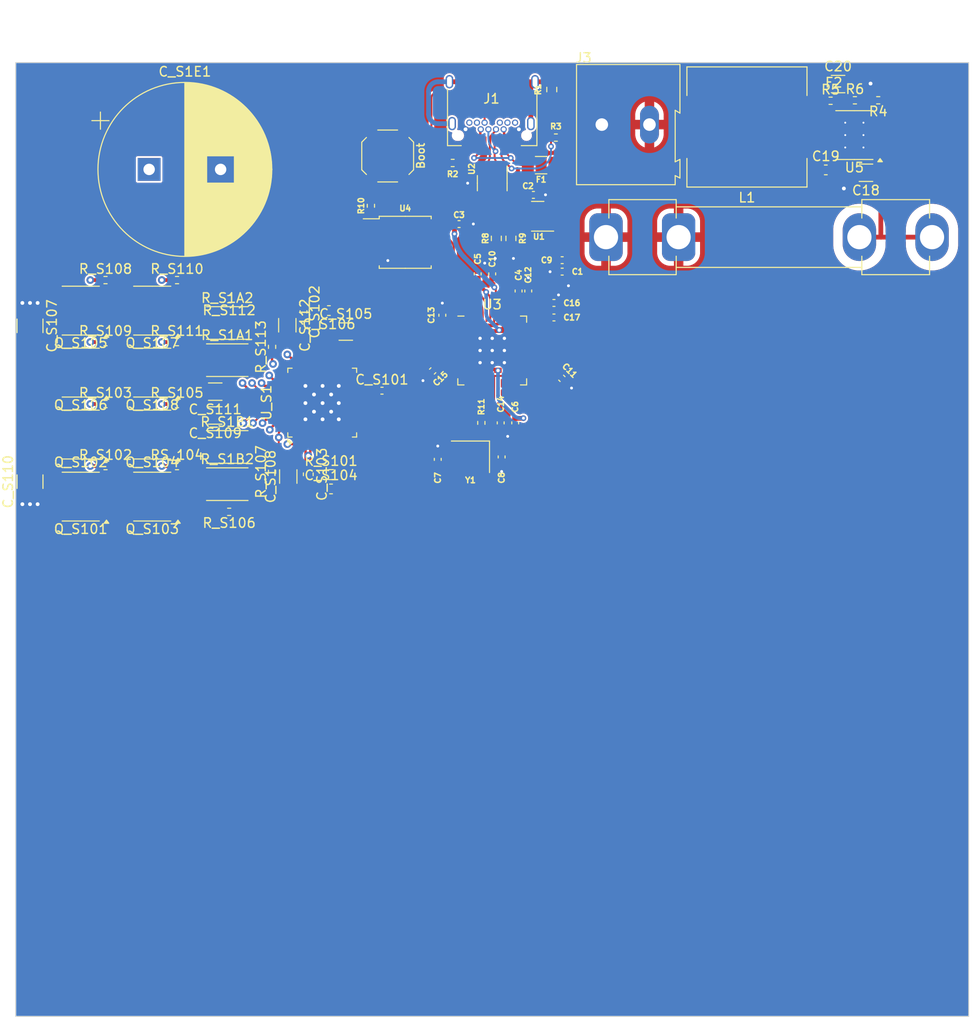
<source format=kicad_pcb>
(kicad_pcb (version 20240108) (generator "pcbnew") (generator_version "8.0")
  (layers (0 "F.Cu" signal) (1 "In1.Cu" signal) (2 "In2.Cu" signal) (31 "B.Cu" signal) (34 "B.Paste" user) (35 "F.Paste" user) (36 "B.SilkS" user "B.Silkscreen") (37 "F.SilkS" user "F.Silkscreen") (38 "B.Mask" user) (39 "F.Mask" user) (44 "Edge.Cuts" user))
  (net 0 "")
  (net 1 "GND")
  (net 2 "+3V3")
  (net 3 "+5V")
  (net 4 "+1V1")
  (net 5 "XTAL_IN")
  (net 6 "/XTAL_O")
  (net 8 "Net-(J1-CC1)")
  (net 9 "DBUS+")
  (net 10 "DBUS-")
  (net 15 "Net-(J1-CC2)")
  (net 18 "Net-(J1-SHIELD)")
  (net 19 "SWD")
  (net 20 "~{RESET}")
  (net 21 "SWCLK")
  (net 22 "D+")
  (net 23 "/D_+")
  (net 24 "D-")
  (net 25 "/D_-")
  (net 26 "/~{USB_BOOT}")
  (net 27 "CS")
  (net 28 "XTAL_OUT")
  (net 30 "unconnected-(J1-RX2+-PadA11)")
  (net 41 "unconnected-(U3-GPIO17-Pad28)")
  (net 42 "Vdrive")
  (net 49 "SPI_CLK")
  (net 51 "S1CS")
  (net 53 "SD3")
  (net 54 "QSPI_CLK")
  (net 55 "SD0")
  (net 56 "SD2")
  (net 57 "SD1")
  (net 64 "unconnected-(U3-GPIO18-Pad29)")
  (net 66 "/Vbus")
  (net 67 "SPI_DRV_OUT")
  (net 68 "SPI_DRV_IN")
  (net 69 "Net-(U5-RON)")
  (net 70 "Net-(U5-SW)")
  (net 71 "Net-(U5-BST)")
  (net 72 "Net-(U5-FB)")
  (net 74 "1A+")
  (net 75 "Net-(U_S1-SRAH)")
  (net 76 "Net-(U_S1-CA1)")
  (net 77 "Net-(U_S1-LA1)")
  (net 78 "1A-")
  (net 79 "Net-(U_S1-CPI)")
  (net 80 "Net-(U_S1-HA2)")
  (net 81 "Net-(U_S1-VCP)")
  (net 82 "1B+")
  (net 83 "Net-(U_S1-VCC)")
  (net 84 "+12V")
  (net 85 "Net-(U_S1-LB1)")
  (net 86 "S1En")
  (net 87 "Net-(U_S1-CPO)")
  (net 88 "Net-(U_S1-LA2)")
  (net 89 "Net-(U_S1-SRBL)")
  (net 90 "Net-(U_S1-SRAL)")
  (net 91 "Net-(U_S1-CB2)")
  (net 92 "Net-(U_S1-LB2)")
  (net 93 "1B-")
  (net 95 "Net-(U_S1-SRBH)")
  (net 96 "Net-(U_S1-5VOUT)")
  (net 99 "Net-(U_S1-HA1)")
  (net 100 "S1Diag")
  (net 102 "Net-(U_S1-HB2)")
  (net 103 "Net-(U_S1-CA2)")
  (net 104 "Net-(U_S1-HB1)")
  (net 105 "S1Dir")
  (net 106 "S1Step")
  (net 107 "Net-(U_S1-CB1)")
  (net 108 "Net-(Q_S101-Pad4)")
  (net 109 "Net-(Q_S102-Pad4)")
  (net 110 "Net-(Q_S103-Pad4)")
  (net 111 "Net-(Q_S104-Pad4)")
  (net 112 "Net-(Q_S105-Pad4)")
  (net 113 "Net-(Q_S106-Pad4)")
  (net 114 "Net-(Q_S107-Pad4)")
  (net 115 "Net-(Q_S108-Pad4)")
  (net 116 "Vh")
  (net 117 "S1B_Ret")
  (net 118 "S1A_Ret")
  (net 119 "Net-(NT1-Pad1)")
  (net 120 "Net-(NT2-Pad1)")
  (footprint "Package_SO:SOIC-8_3.9x4.9mm_P1.27mm" (layer "F.Cu") (at 104.325 52.505 180)
    (property "Reference" "Q_S108")
    (property "Value" "WSP10N10")
  )
  (footprint "Resistor_SMD:R_0402_1005Metric_Pad0.72x0.64mm_HandSolder" (layer "F.Cu") (at 99.4225 55.8)
    (property "Reference" "R_S103")
    (property "Value" "10R")
  )
  (footprint "Resistor_SMD:R_0402_1005Metric_Pad0.72x0.64mm_HandSolder" (layer "F.Cu") (at 106.9275 42.805)
    (property "Reference" "R_S110")
    (property "Value" "10R")
  )
  (footprint "Package_SO:SOIC-8_3.9x4.9mm_P1.27mm" (layer "F.Cu") (at 96.825 46.005 180)
    (property "Reference" "Q_S105")
    (property "Value" "WSP10N10")
  )
  (footprint "Capacitor_SMD:C_0402_1005Metric" (layer "F.Cu") (at 134.2865 61.600107 -90)
    (property "Reference" "C7")
    (property "Value" "22pF")
  )
  (footprint "Capacitor_SMD:C_0402_1005Metric" (layer "F.Cu") (at 147.3415 40.716089 180)
    (property "Reference" "C9")
    (property "Value" "10uF")
  )
  (footprint "footprints:TYPE-C_24P_QCHT" (layer "F.Cu") (at 140 20.185 180)
    (property "Reference" "J1")
    (property "Value" "USB C Connector")
  )
  (footprint "Capacitor_SMD:C_0603_1608Metric_Pad1.08x0.95mm_HandSolder" (layer "F.Cu") (at 123.0875 64.7)
    (property "Reference" "C_S104")
    (property "Value" "2.2uF")
  )
  (footprint "Resistor_SMD:R_0402_1005Metric" (layer "F.Cu") (at 138.8585 57.774339 90)
    (property "Reference" "R11")
    (property "Value" "1k")
  )
  (footprint "Resistor_SMD:R_0402_1005Metric_Pad0.72x0.64mm_HandSolder" (layer "F.Cu") (at 112.4 67.1 180)
    (property "Reference" "R_S106")
    (property "Value" "47R")
  )
  (footprint "Resistor_SMD:R_0402_1005Metric_Pad0.72x0.64mm_HandSolder" (layer "F.Cu") (at 116.9 49.8025 90)
    (property "Reference" "R_S113")
    (property "Value" "47R")
  )
  (footprint "Capacitor_SMD:C_0402_1005Metric" (layer "F.Cu") (at 142.4145 57.774339 -90)
    (property "Reference" "C6")
    (property "Value" "100nF")
  )
  (footprint "Capacitor_SMD:C_0402_1005Metric_Pad0.74x0.62mm_HandSolder" (layer "F.Cu") (at 120.2 46.1325 -90)
    (property "Reference" "C_S102")
    (property "Value" "100nF")
  )
  (footprint "Package_SO:SOIC-8_3.9x4.9mm_P1.27mm" (layer "F.Cu") (at 104.325 65.505 180)
    (property "Reference" "Q_S103")
    (property "Value" "WSP10N10")
  )
  (footprint "Package_SO:HSOP-8-1EP_3.9x4.9mm_P1.27mm_EP2.41x3.1mm_ThermalVias" (layer "F.Cu") (at 178 27.6 180)
    (property "Reference" "U5")
    (property "Value" "LM5164DDA")
  )
  (footprint "Capacitor_SMD:C_0402_1005Metric" (layer "F.Cu") (at 146.4785 45.201339)
    (property "Reference" "C16")
    (property "Value" "100nF")
  )
  (footprint "Capacitor_SMD:C_0402_1005Metric" (layer "F.Cu") (at 136.5215 36.931089)
    (property "Reference" "C3")
    (property "Value" "100nF")
  )
  (footprint "NetTie:NetTie-2_SMD_Pad0.5mm" (layer "F.Cu") (at 116.4 62.3 180)
    (property "Reference" "NT1" (hide yes))
    (property "Value" "NetTie_2" (hide yes))
  )
  (footprint "Capacitor_SMD:C_1206_3216Metric_Pad1.33x1.80mm_HandSolder" (layer "F.Cu") (at 110.9375 54.5 180)
    (property "Reference" "C_S111")
    (property "Value" "470nF")
  )
  (footprint "Resistor_SMD:R_0603_1608Metric" (layer "F.Cu") (at 140.4315 38.431089 -90)
    (property "Reference" "R8")
    (property "Value" "27")
  )
  (footprint "Package_TO_SOT_SMD:SOT-23" (layer "F.Cu") (at 144.774 36.111089 180)
    (property "Reference" "U1")
    (property "Value" "XC6206")
  )
  (footprint "Capacitor_SMD:C_0603_1608Metric_Pad1.08x0.95mm_HandSolder" (layer "F.Cu") (at 122.862501 46 180)
    (property "Reference" "C_S106")
    (property "Value" "22nF")
  )
  (footprint "Package_SO:SOIC-8_3.9x4.9mm_P1.27mm" (layer "F.Cu") (at 96.825 59 180)
    (property "Reference" "Q_S102")
    (property "Value" "WSP10N10")
  )
  (footprint "Package_SO:SOIC-8_3.9x4.9mm_P1.27mm" (layer "F.Cu") (at 104.325 46.005 180)
    (property "Reference" "Q_S107")
    (property "Value" "WSP10N10")
  )
  (footprint "Capacitor_SMD:C_1206_3216Metric_Pad1.33x1.80mm_HandSolder" (layer "F.Cu") (at 118.6 63.4 90)
    (property "Reference" "C_S108")
    (property "Value" "470nF")
  )
  (footprint "Resistor_SMD:R_2512_6332Metric_Pad1.40x3.35mm_HandSolder" (layer "F.Cu") (at 112.2 51.2)
    (property "Reference" "R_S1A1")
    (property "Value" "0R080")
  )
  (footprint "Crystal:Crystal_SMD_3225-4Pin_3.2x2.5mm" (layer "F.Cu") (at 137.7155 61.330339 180)
    (property "Reference" "Y1")
    (property "Value" "12MHz")
  )
  (footprint "Button_Switch_SMD:SW_SPST_SKQG_WithStem" (layer "F.Cu") (at 129.0315 29.791089 -90)
    (property "Reference" "SW1" (hide yes))
    (property "Value" "Boot")
  )
  (footprint "Resistor_SMD:R_0402_1005Metric_Pad0.72x0.64mm_HandSolder" (layer "F.Cu") (at 112.4 44.8 180)
    (property "Reference" "R_S112")
    (property "Value" "47R")
  )
  (footprint "TerminalBlock:TerminalBlock_Altech_AK300-2_P5.00mm" (layer "F.Cu") (at 151.5 26.5)
    (property "Reference" "J3")
    (property "Value" "HV In")
  )
  (footprint "Capacitor_SMD:C_0402_1005Metric" (layer "F.Cu") (at 140.98925 61.346107 90)
    (property "Reference" "C8")
    (property "Value" "22pF")
  )
  (footprint "Capacitor_SMD:C_0402_1005Metric" (layer "F.Cu") (at 140.8905 57.774339 -90)
    (property "Reference" "C14")
    (property "Value" "100nF")
  )
  (footprint "Resistor_SMD:R_0402_1005Metric_Pad0.72x0.64mm_HandSolder" (layer "F.Cu") (at 106.925 49.305)
    (property "Reference" "R_S111")
    (property "Value" "10R")
  )
  (footprint "Capacitor_SMD:C_0603_1608Metric_Pad1.08x0.95mm_HandSolder" (layer "F.Cu") (at 120.7 63.162501 -90)
    (property "Reference" "C_S103")
    (property "Value" "2.2uF")
  )
  (footprint "Resistor_SMD:R_0402_1005Metric" (layer "F.Cu") (at 127.2715 35.011089 -90)
    (property "Reference" "R10")
    (property "Value" "1k")
  )
  (footprint "Resistor_SMD:R_0402_1005Metric_Pad0.72x0.64mm_HandSolder" (layer "F.Cu") (at 116.9 62.9 90)
    (property "Reference" "R_S107")
    (property "Value" "47R")
  )
  (footprint "Package_SO:SOIC-8_3.9x4.9mm_P1.27mm" (layer "F.Cu") (at 96.825 52.505 180)
    (property "Reference" "Q_S106")
    (property "Value" "WSP10N10")
  )
  (footprint "Resistor_SMD:R_0402_1005Metric_Pad0.72x0.64mm_HandSolder" (layer "F.Cu") (at 106.9225 62.305)
    (property "Reference" "RS_104")
    (property "Value" "10R")
  )
  (footprint "Resistor_SMD:R_2512_6332Metric_Pad1.40x3.35mm_HandSolder" (layer "F.Cu") (at 112.2 60.3)
    (property "Reference" "R_S1B1")
    (property "Value" "0R080")
  )
  (footprint "footprints:RP2040-QFN-56" (layer "F.Cu") (at 140.0015 50.186089)
    (property "Reference" "U3")
    (property "Value" "RP2040")
  )
  (footprint "Resistor_SMD:R_0603_1608Metric_Pad0.98x0.95mm_HandSolder" (layer "F.Cu") (at 123.0875 63.2)
    (property "Reference" "R_S101")
    (property "Value" "2R2")
  )
  (footprint "Inductor_SMD:L_12x12mm_H8mm" (layer "F.Cu") (at 166.73 26.749999 180)
    (property "Reference" "L1")
    (property "Value" "68uH")
  )
  (footprint "Capacitor_SMD:C_1206_3216Metric_Pad1.33x1.80mm_HandSolder" (layer "F.Cu") (at 179.2175 31.55 180)
    (property "Reference" "C18")
    (property "Value" "2.2uF")
  )
  (footprint "Resistor_SMD:R_0402_1005Metric_Pad0.72x0.64mm_HandSolder" (layer "F.Cu") (at 180.505 23.95 180)
    (property "Reference" "R4")
    (property "Value" "100K")
  )
  (footprint "Package_TO_SOT_SMD:SOT-23-6" (layer "F.Cu") (at 140.0015 32.641089 -90)
    (property "Reference" "U2")
    (property "Value" "USBLC6-2SC6")
  )
  (footprint "Package_QFP:TQFP-48-1EP_7x7mm_P0.5mm_EP5x5mm" (layer "F.Cu") (at 122.1625 55.65 90)
    (property "Reference" "U_S1")
    (property "Value" "TMC2160")
  )
  (footprint "Capacitor_SMD:C_1206_3216Metric_Pad1.33x1.80mm_HandSolder" (layer "F.Cu") (at 110.9375 57 180)
    (property "Reference" "C_S109")
    (property "Value" "470nF")
  )
  (footprint "Resistor_SMD:R_0402_1005Metric_Pad0.72x0.64mm_HandSolder" (layer "F.Cu") (at 178.0575 23.95)
    (property "Reference" "R6")
    (property "Value" "49.9k")
  )
  (footprint "Capacitor_SMD:C_0402_1005Metric" (layer "F.Cu") (at 142.76725 43.947107 90)
    (property "Reference" "C4")
    (property "Value" "1uF")
  )
  (footprint "Capacitor_SMD:C_0402_1005Metric" (layer "F.Cu") (at 140.0015 42.153339 90)
    (property "Reference" "C10")
    (property "Value" "1uF")
  )
  (footprint "Resistor_SMD:R_0402_1005Metric_Pad0.72x0.64mm_HandSolder" (layer "F.Cu") (at 175.507499 24.000001)
    (property "Reference" "R5")
    (property "Value" "453k")
  )
  (footprint "Capacitor_SMD:C_1210_3225Metric_Pad1.33x2.70mm_HandSolder" (layer "F.Cu") (at 91.5 63.9375 90)
    (property "Reference" "C_S110")
    (property "Value" "4.7uF")
  )
  (footprint "Resistor_SMD:R_0603_1608Metric" (layer "F.Cu") (at 141.9615 38.431089 -90)
    (property "Reference" "R9")
    (property "Value" "27")
  )
  (footprint "Resistor_SMD:R_0402_1005Metric_Pad0.72x0.64mm_HandSolder" (layer "F.Cu") (at 99.425 49.305)
    (property "Reference" "R_S109")
    (property "Value" "10R")
  )
  (footprint "Capacitor_SMD:C_1206_3216Metric_Pad1.33x1.80mm_HandSolder" (layer "F.Cu") (at 176.2925 22.25)
    (property "Reference" "C20")
    (property "Value" "47uF")
  )
  (footprint "Capacitor_SMD:C_0402_1005Metric" (layer "F.Cu") (at 146.4785 46.725339)
    (property "Reference" "C17")
    (property "Value" "100nF" (hide yes))
  )
  (footprint "Resistor_SMD:R_0402_1005Metric" (layer "F.Cu") (at 135.8515 30.521089 180)
    (property "Reference" "R2")
    (property "Value" "5.1k")
  )
  (footprint "Fuse:Fuseholder_Clip-6.3x32mm_Littelfuse_122_Inline_P34.21x7.62mm_D2.54mm_Horizontal" (layer "F.Cu") (at 151.94 38.3)
    (property "Reference" "F2")
    (property "Value" "Fuse_Small")
  )
  (footprint "Capacitor_SMD:C_1210_3225Metric_Pad1.33x2.70mm_HandSolder" (layer "F.Cu") (at 91.5 47.6 -90)
    (property "Reference" "C_S107")
    (property "Value" "4.7uF")
  )
  (footprint "Capacitor_SMD:C_1206_3216Metric_Pad1.33x1.80mm_HandSolder" (layer "F.Cu") (at 118.5 47.5375 -90)
    (property "Reference" "C_S112")
    (property "Value" "470nF")
  )
  (footprint "Capacitor_SMD:C_0402_1005Metric" (layer "F.Cu") (at 147.3415 41.916089)
    (property "Reference" "C1")
    (property "Value" "1uF")
  )
  (footprint "Package_SO:SOIC-8_5.23x5.23mm_P1.27mm" (layer "F.Cu") (at 130.8715 38.841089)
    (property "Reference" "U4")
    (property "Value" "W25Q128JVS")
  )
  (footprint "Capacitor_SMD:C_0402_1005Metric" (layer "F.Cu") (at 143.78325 43.947107 90)
    (property "Reference" "C12")
    (property "Value" "100nF")
  )
  (footprint "Resistor_SMD:R_0402_1005Metric_Pad0.72x0.64mm_HandSolder" (layer "F.Cu") (at 99.4225 62.305)
    (property "Reference" "R_S102")
    (property "Value" "10R")
  )
  (footprint "Capacitor_SMD:C_0402_1005Metric" (layer "F.Cu") (at 138.4775 42.153339 90)
    (property "Reference" "C5")
    (property "Value" "100nF")
  )
  (footprint "Capacitor_SMD:C_1206_3216Metric_Pad1.33x1.80mm_HandSolder" (layer "F.Cu") (at 124.6375 48.2)
    (property "Reference" "C_S105")
    (property "Value" "470nF")
  )
  (footprint "Capacitor_SMD:C_0402_1005Metric" (layer "F.Cu") (at 133.75025 52.329107 -135)
    (property "Reference" "C15")
    (property "Value" "100nF")
  )
  (footprint "Resistor_SMD:R_0402_1005Metric" (layer "F.Cu") (at 146.6815 27.861089)
    (property "Reference" "R3")
    (property "Value" "5.1k")
  )
  (footprint "Resistor_SMD:R_0603_1608Metric" (layer "F.Cu") (at 146.25 22.825 90)
    (property "Reference" "R1")
    (property "Value" "1M")
  )
  (footprint "Package_SO:SOIC-8_3.9x4.9mm_P1.27mm" (layer "F.Cu") (at 104.325 59 180)
    (property "Reference" "Q_S104")
    (property "Value" "WSP10N10")
  )
  (footprint "Fuse:Fuse_1206_3216Metric" (layer "F.Cu") (at 145.1315 30.751089)
    (property "Reference" "F1")
    (property "Value" "500 mA")
  )
  (footprint "Capacitor_SMD:C_0603_1608Metric_Pad1.08x0.95mm_HandSolder" (layer "F.Cu") (at 175.005 31.25)
    (property "Reference" "C19")
    (property "Value" "2.2nF")
  )
  (footprint "Resistor_SMD:R_2512_6332Metric_Pad1.40x3.35mm_HandSolder" (layer "F.Cu") (at 112.2 64.2)
    (property "Reference" "R_S1B2")
    (property "Value" "R")
  )
  (footprint "Capacitor_THT:CP_Radial_D18.0mm_P7.50mm" (layer "F.Cu") (at 104 31.2)
    (property "Reference" "C_S1E1")
    (property "Value" "510uF")
  )
  (footprint "Capacitor_SMD:C_0402_1005Metric" (layer "F.Cu") (at 147.3075 53.106982 -45)
    (property "Reference" "C11")
    (property "Value" "100nF")
  )
  (footprint "Capacitor_SMD:C_0402_1005Metric_Pad0.74x0.62mm_HandSolder" (layer "F.Cu") (at 128.4325 54.4)
    (property "Reference" "C_S101")
    (property "Value" "100nF")
  )
  (footprint "Capacitor_SMD:C_0402_1005Metric" (layer "F.Cu") (at 144.3215 33.871089 180)
    (property "Reference" "C2")
    (property "Value" "1uF")
  )
  (footprint "Resistor_SMD:R_2512_6332Metric_Pad1.40x3.35mm_HandSolder" (layer "F.Cu") (at 112.2 47.3)
    (property "Reference" "R_S1A2")
    (property "Value" "R")
  )
  (footprint "Resistor_SMD:R_0402_1005Metric_Pad0.72x0.64mm_HandSolder" (layer "F.Cu") (at 106.9225 55.8)
    (property "Reference" "R_S105")
    (property "Value" "10R")
  )
  (footprint "Capacitor_SMD:C_0402_1005Metric" (layer "F.Cu") (at 134.76625 46.487107 90)
    (property "Reference" "C13")
    (property "Value" "100nF")
  )
  (footprint "Package_SO:SOIC-8_3.9x4.9mm_P1.27mm" (layer "F.Cu") (at 96.825 65.505 180)
    (property "Reference" "Q_S101")
    (property "Value" "WSP10N10")
  )
  (footprint "NetTie:NetTie-2_SMD_Pad0.5mm" (layer "F.Cu") (at 116.4 49.2 180)
    (property "Reference" "NT2" (hide yes))
    (property "Value" "NetTie_2" (hide yes))
  )
  (footprint "Resistor_SMD:R_0402_1005Metric_Pad0.72x0.64mm_HandSolder" (layer "F.Cu") (at 99.4225 42.805)
    (property "Reference" "R_S108")
    (property "Value" "10R")
  )
  (gr_rect (start 90 20) (end 190 120) (stroke (width 0.1)) (fill none) (layer "Edge.Cuts"))
  (segment (start 140.0015 31.503589) (end 140.0015 31.994458) (width 0.2) (layer "F.Cu") (net 1))
  (segment (start 148.3235 54.122982) (end 147.646911 53.446393) (width 0.2) (layer "F.Cu") (net 1))
  (segment (start 139.0015 53.623589) (end 139.0015 54.344618) (width 0.2) (layer "F.Cu") (net 1))
  (segment (start 116.000001 63.449999) (end 115.25 64.2) (width 0.25) (layer "F.Cu") (net 1))
  (segment (start 116.000001 48.050001) (end 115.25 47.3) (width 0.25) (layer "F.Cu") (net 1))
  (segment (start 116.000001 49.2) (end 116.000001 50.449999) (width 0.25) (layer "F.Cu") (net 1))
  (segment (start 139.384869 32.611089) (end 137.4515 32.611089) (width 0.2) (layer "F.Cu") (net 1))
  (segment (start 146.8615 40.716089) (end 146.8615 41.916089) (width 0.5) (layer "F.Cu") (net 1))
  (segment (start 116.000001 61.050001) (end 115.25 60.3) (width 0.25) (layer "F.Cu") (net 1))
  (segment (start 116.000001 49.2) (end 116.000001 48.050001) (width 0.25) (layer "F.Cu") (net 1))
  (segment (start 140.98925 61.826107) (end 140.98925 62.870107) (width 0.381) (layer "F.Cu") (net 1))
  (segment (start 140.98925 61.826107) (end 139.169732 61.826107) (width 0.381) (layer "F.Cu") (net 1))
  (segment (start 133.410839 52.668518) (end 132.73425 53.345107) (width 0.381) (layer "F.Cu") (net 1))
  (segment (start 134.76625 46.007107) (end 134.76625 45.217107) (width 0.381) (layer "F.Cu") (net 1))
  (segment (start 116.000001 50.449999) (end 115.25 51.2) (width 0.25) (layer "F.Cu") (net 1))
  (segment (start 142.75 27.051089) (end 142.8 27.001089) (width 0.2) (layer "F.Cu") (net 1))
  (segment (start 137.4515 32.611089) (end 137.4215 32.641089) (width 0.2) (layer "F.Cu") (net 1))
  (segment (start 134.2865 60.203107) (end 134.2865 61.120107) (width 0.381) (layer "F.Cu") (net 1))
  (segment (start 138.693403 55.08843) (end 134.786925 58.994908) (width 0.2) (layer "F.Cu") (net 1))
  (segment (start 127.309 40.741089) (end 129.034 40.741089) (width 0.5) (layer "F.Cu") (net 1))
  (segment (start 146.9585 45.201339) (end 146.9585 46.725339) (width 0.381) (layer "F.Cu") (net 1))
  (segment (start 137.0015 36.931089) (end 138.0115 36.931089) (width 0.5) (layer "F.Cu") (net 1))
  (segment (start 146.8615 41.916089) (end 146.0815 41.916089) (width 0.5) (layer "F.Cu") (net 1))
  (segment (start 137.25 27.051089) (end 137.2 27.001089) (width 0.2) (layer "F.Cu") (net 1))
  (segment (start 137.25 28.211089) (end 137.25 27.051089) (width 0.2) (layer "F.Cu") (net 1))
  (segment (start 142.75 28.211089) (end 142.75 27.051089) (width 0.2) (layer "F.Cu") (net 1))
  (segment (start 143.78325 43.467107) (end 143.78325 42.550107) (width 0.2) (layer "F.Cu") (net 1))
  (segment (start 116.000001 62.2) (end 116.000001 61.050001) (width 0.25) (layer "F.Cu") (net 1))
  (segment (start 146.0815 41.916089) (end 146.0715 41.926089) (width 0.5) (layer "F.Cu") (net 1))
  (segment (start 146.95825 44.361089) (end 146.95825 45.201089) (width 0.381) (layer "F.Cu") (net 1))
  (segment (start 116.000001 62.2) (end 116.000001 63.449999) (width 0.25) (layer "F.Cu") (net 1))
  (segment (start 138.4775 41.673339) (end 140.0015 41.673339) (width 0.5) (layer "F.Cu") (net 1))
  (segment (start 138.568522 62.180339) (end 136.868522 60.480339) (width 0.254) (layer "F.Cu") (net 1))
  (segment (start 145.5815 33.871089) (end 145.5915 33.861089) (width 0.5) (layer "F.Cu") (net 1))
  (segment (start 144.8015 33.871089) (end 145.5815 33.871089) (width 0.5) (layer "F.Cu") (net 1))
  (via (at 120.4 53.9) (size 0.8) (drill 0.4) (layers "F.Cu" "B.Cu") (net 1))
  (via (at 132.73425 53.345107) (size 0.6) (drill 0.3) (layers "F.Cu" "B.Cu") (net 1))
  (via (at 140.3225 40.533982) (size 0.6) (drill 0.3) (layers "F.Cu" "B.Cu") (net 1))
  (via (at 123.9 53.9) (size 0.8) (drill 0.4) (layers "F.Cu" "B.Cu") (net 1))
  (via (at 179.7 22.2) (size 0.8) (drill 0.4) (layers "F.Cu" "B.Cu") (net 1))
  (via (at 122.2 57.4) (size 0.8) (drill 0.4) (layers "F.Cu" "B.Cu") (net 1))
  (via (at 176.9 33.2) (size 0.8) (drill 0.4) (layers "F.Cu" "B.Cu") (net 1))
  (via (at 142.2275 40.533982) (size 0.6) (drill 0.3) (layers "F.Cu" "B.Cu") (net 1))
  (via (at 141.62425 59.187107) (size 0.6) (drill 0.3) (layers "F.Cu" "B.Cu") (net 1))
  (via (at 138.0215 36.921089) (size 0.6) (drill 0.3) (layers "F.Cu" "B.Cu") (net 1))
  (via (at 146.95825 44.361089) (size 0.6) (drill 0.3) (layers "F.Cu" "B.Cu") (net 1))
  (via (at 123.1 56.6) (size 0.8) (drill 0.4) (layers "F.Cu" "B.Cu") (net 1))
  (via (at 121.3 54.8) (size 0.8) (drill 0.4) (layers "F.Cu" "B.Cu") (net 1))
  (via (at 139.21125 41.026107) (size 0.6) (drill 0.3) (layers "F.Cu" "B.Cu") (net 1))
  (via (at 137.4215 32.641089) (size 0.6) (drill 0.3) (layers "F.Cu" "B.Cu") (net 1))
  (via (at 90.7 66.3) (size 0.8) (drill 0.4) (layers "F.Cu" "B.Cu") (net 1))
  (via (at 90.7 45.2) (size 0.8) (drill 0.4) (layers "F.Cu" "B.Cu") (net 1))
  (via (at 143.78325 42.550107) (size 0.6) (drill 0.3) (layers "F.Cu" "B.Cu") (net 1))
  (via (at 134.76625 45.217107) (size 0.6) (drill 0.3) (layers "F.Cu" "B.Cu") (net 1))
  (via (at 120.4 55.7) (size 0.8) (drill 0.4) (layers "F.Cu" "B.Cu") (net 1))
  (via (at 123.9 57.4) (size 0.8) (drill 0.4) (layers "F.Cu" "B.Cu") (net 1))
  (via (at 122.2 55.7) (size 0.8) (drill 0.4) (layers "F.Cu" "B.Cu") (net 1))
  (via (at 92.3 66.3) (size 0.8) (drill 0.4) (layers "F.Cu" "B.Cu") (net 1))
  (via (at 148 43.4) (size 0.6) (drill 0.3) (layers "F.Cu" "B.Cu") (net 1))
  (via (at 148.3235 54.122982) (size 0.6) (drill 0.3) (layers "F.Cu" "B.Cu") (net 1))
  (via (at 91.5 45.2) (size 0.8) (drill 0.4) (layers "F.Cu" "B.Cu") (net 1))
  (via (at 120.4 57.4) (size 0.8) (drill 0.4) (layers "F.Cu" "B.Cu") (net 1))
  (via (at 146.0715 41.926089) (size 0.6) (drill 0.3) (layers "F.Cu" "B.Cu") (net 1))
  (via (at 92.3 45.2) (size 0.8) (drill 0.4) (layers "F.Cu" "B.Cu") (net 1))
  (via (at 122.2 53.9) (size 0.8) (drill 0.4) (layers "F.Cu" "B.Cu") (net 1))
  (via (at 121.3 56.6) (size 0.8) (drill 0.4) (layers "F.Cu" "B.Cu") (net 1))
  (via (at 91.5 66.3) (size 0.8) (drill 0.4) (layers "F.Cu" "B.Cu") (net 1))
  (via (at 123.1 54.8) (size 0.8) (drill 0.4) (layers "F.Cu" "B.Cu") (net 1))
  (via (at 140.98925 62.870107) (size 0.6) (drill 0.3) (layers "F.Cu" "B.Cu") (net 1))
  (via (at 134.2865 60.203107) (size 0.6) (drill 0.3) (layers "F.Cu" "B.Cu") (net 1))
  (via (at 145.5915 33.861089) (size 0.6) (drill 0.3) (layers "F.Cu" "B.Cu") (net 1))
  (via (at 123.9 55.7) (size 0.8) (drill 0.4) (layers "F.Cu" "B.Cu") (net 1))
  (via (at 129.049 40.756089) (size 0.6) (drill 0.3) (layers "F.Cu" "B.Cu") (net 1))
  (arc (start 134.2865 60.203107) (mid 134.416556 59.549205) (end 134.786925 58.994908) (width 0.2) (layer "F.Cu") (net 1))
  (arc (start 139.0015 54.344618) (mid 138.921428 54.747166) (end 138.693403 55.08843) (width 0.2) (layer "F.Cu") (net 1))
  (arc (start 139.384869 32.611089) (mid 139.820893 32.430482) (end 140.0015 31.994458) (width 0.2) (layer "F.Cu") (net 1))
  (segment (start 141.2765 50.186089) (end 138.7265 50.186089) (width 0.635) (layer "B.Cu") (net 1))
  (segment (start 138.7265 51.461089) (end 139.0265 51.161089) (width 0.635) (layer "B.Cu") (net 1))
  (segment (start 140.9765 51.161089) (end 141.2765 51.461089) (width 0.635) (layer "B.Cu") (net 1))
  (segment (start 140.0015 48.911089) (end 140.0015 51.461089) (width 0.635) (layer "B.Cu") (net 1))
  (segment (start 141.2765 48.911089) (end 138.7265 48.911089) (width 0.635) (layer "B.Cu") (net 1))
  (segment (start 141.2765 51.461089) (end 141.2765 48.911089) (width 0.635) (layer "B.Cu") (net 1))
  (segment (start 139.0265 51.161089) (end 140.9765 51.161089) (width 0.635) (layer "B.Cu") (net 1))
  (segment (start 138.7265 51.461089) (end 138.7265 48.911089) (width 0.635) (layer "B.Cu") (net 1))
  (segment (start 143.439 47.586089) (end 144.428536 47.586089) (width 0.2) (layer "F.Cu") (net 2))
  (segment (start 140.37965 43.718507) (end 140.37965 45.833489) (width 0.2) (layer "F.Cu") (net 2))
  (segment (start 146.204035 43.767661) (end 147.8215 42.150196) (width 0.5) (layer "F.Cu") (net 2))
  (segment (start 134.721768 51.385589) (end 134.13125 51.976107) (width 0.381) (layer "F.Cu") (net 2))
  (segment (start 126.325 54.400001) (end 127.864999 54.400001) (width 0.25) (layer "F.Cu") (net 2))
  (segment (start 146.8715 35.161089) (end 145.7115 35.161089) (width 0.5) (layer "F.Cu") (net 2))
  (segment (start 127.864999 54.400001) (end 127.865 54.4) (width 0.25) (layer "F.Cu") (net 2))
  (segment (start 140.6015 46.748589) (end 140.6015 47.342339) (width 0.2) (layer "F.Cu") (net 2))
  (segment (start 137.731268 47.586089) (end 137.81425 47.503107) (width 0.2) (layer "F.Cu") (net 2))
  (segment (start 147.8215 41.916089) (end 147.8715 41.866089) (width 0.5) (layer "F.Cu") (net 2))
  (segment (start 142.894393 45.315964) (end 143.78325 44.427107) (width 0.2) (layer "F.Cu") (net 2))
  (segment (start 147.8215 42.150196) (end 147.8215 41.916089) (width 0.5) (layer "F.Cu") (net 2))
  (segment (start 136.564 47.586089) (end 135.799446 47.586089) (width 0.2) (layer "F.Cu") (net 2))
  (segment (start 140.22725 43.154089) (end 140.0015 42.928339) (width 0.2) (layer "F.Cu") (net 2))
  (segment (start 147.8715 41.866089) (end 147.8715 35.93342) (width 0.5) (layer "F.Cu") (net 2))
  (segment (start 140.35425 56.393107) (end 140.8905 56.929357) (width 0.5) (layer "F.Cu") (net 2))
  (segment (start 140.484342 45.938181) (end 140.3825 45.836339) (width 0.2) (layer "F.Cu") (net 2))
  (segment (start 140.2015 53.623589) (end 140.2015 52.894339) (width 0.2) (layer "F.Cu") (net 2))
  (segment (start 140.2015 46.748589) (end 140.2015 47.604357) (width 0.2) (layer "F.Cu") (net 2))
  (segment (start 142.56975 47.586089) (end 142.5415 47.614339) (width 0.2) (layer "F.Cu") (net 2))
  (segment (start 143.439 47.586089) (end 142.56975 47.586089) (width 0.2) (layer "F.Cu") (net 2))
  (segment (start 142.6015 46.748589) (end 142.6015 47.547339) (width 0.2) (layer "F.Cu") (net 2))
  (segment (start 140.22725 43.566107) (end 140.37965 43.718507) (width 0.2) (layer "F.Cu") (net 2))
  (segment (start 145.640625 51.440107) (end 146.968089 52.767571) (width 0.381) (layer "F.Cu") (net 2))
  (segment (start 137.31875 51.186089) (end 137.3345 51.170339) (width 0.2) (layer "F.Cu") (net 2))
  (segment (start 140.2015 47.604357) (end 140.22725 47.630107) (width 0.2) (layer "F.Cu") (net 2))
  (segment (start 145.135643 47.293196) (end 145.7035 46.725339) (width 0.2) (layer "F.Cu") (net 2))
  (segment (start 136.0415 37.961089) (end 136.0415 36.931089) (width 0.5) (layer "F.Cu") (net 2))
  (segment (start 142.2015 47.274339) (end 142.2015 46.748589) (width 0.2) (layer "F.Cu") (net 2))
  (segment (start 143.439 51.186089) (end 142.5665 51.186089) (width 0.2) (layer "F.Cu") (net 2))
  (segment (start 140.22725 43.566107) (end 140.22725 43.154089) (width 0.2) (layer "F.Cu") (net 2))
  (segment (start 147.8715 35.93342) (end 147.839732 35.901652) (width 0.5) (layer "F.Cu") (net 2))
  (segment (start 127.365 53.9) (end 127.865 54.4) (width 0.25) (layer "F.Cu") (net 2))
  (segment (start 140.6015 46.748589) (end 140.6015 46.221024) (width 0.2) (layer "F.Cu") (net 2))
  (segment (start 140.3825 45.836339) (end 140.318657 45.900182) (width 0.2) (layer "F.Cu") (net 2))
  (segment (start 143.78325 44.427107) (end 144.611991 44.427107) (width 0.5) (layer "F.Cu") (net 2))
  (segment (start 145.7035 46.725339) (end 145.9985 46.725339) (width 0.381) (layer "F.Cu") (net 2))
  (segment (start 136.564 47.586089) (end 137.731268 47.586089) (width 0.2) (layer "F.Cu") (net 2))
  (segment (start 142.6015 46.748589) (end 142.6015 46.023071) (width 0.2) (layer "F.Cu") (net 2))
  (segment (start 127.365 54.9) (end 127.865 54.4) (width 0.25) (layer "F.Cu") (net 2))
  (segment (start 145.9985 45.201339) (end 145.9985 46.725339) (width 0.381) (layer "F.Cu") (net 2))
  (segment (start 143.439 51.186089) (end 145.027388 51.186089) (width 0.2) (layer "F.Cu") (net 2))
  (segment (start 126.325 54.9) (end 127.365 54.9) (width 0.25) (layer "F.Cu") (net 2))
  (segment (start 136.564 51.186089) (end 137.31875 51.186089) (width 0.2) (layer "F.Cu") (net 2))
  (segment (start 140.2015 46.183024) (end 140.2015 46.748589) (width 0.2) (layer "F.Cu") (net 2))
  (segment (start 136.0415 36.931089) (end 134.4965 36.931089) (width 0.5) (layer "F.Cu") (net 2))
  (segment (start 142.2015 46.748589) (end 142.6015 46.348589) (width 0.2) (layer "F.Cu") (net 2))
  (segment (start 140.2015 56.240357) (end 140.2015 53.623589) (width 0.2) (layer "F.Cu") (net 2))
  (segment (start 140.37965 45.833489) (end 140.3825 45.836339) (width 0.2) (layer "F.Cu") (net 2))
  (segment (start 140.8905 56.929357) (end 140.8905 57.294339) (width 0.5) (layer "F.Cu") (net 2))
  (segment (start 136.564 51.186089) (end 135.203257 51.186089) (width 0.2) (layer "F.Cu") (net 2))
  (segment (start 142.6015 47.547339) (end 142.6685 47.614339) (width 0.2) (layer "F.Cu") (net 2))
  (segment (start 140.35425 56.393107) (end 140.2015 56.240357) (width 0.2) (layer "F.Cu") (net 2))
  (segment (start 126.325 53.9) (end 127.365 53.9) (width 0.25) (layer "F.Cu") (net 2))
  (segment (start 142.5415 47.614339) (end 142.2015 47.274339) (width 0.2) (layer "F.Cu") (net 2))
  (segment (start 135.092339 47.293196) (end 134.76625 46.967107) (width 0.2) (layer "F.Cu") (net 2))
  (via (at 140.22725 43.566107) (size 0.6) (drill 0.3) (layers "F.Cu" "B.Cu") (net 2))
  (via (at 136.0415 37.961089) (size 0.6) (drill 0.3) (layers "F.Cu" "B.Cu") (net 2))
  (arc (start 135.092339 47.293196) (mid 135.416762 47.509969) (end 135.799446 47.586089) (width 0.2) (layer "F.Cu") (net 2))
  (arc (start 147.839732 35.901652) (mid 147.480261 35.367736) (end 146.8715 35.161089) (width 0.5) (layer "F.Cu") (net 2))
  (arc (start 140.6015 46.221024) (mid 140.571052 46.06795) (end 140.484342 45.938181) (width 0.2) (layer "F.Cu") (net 2))
  (arc (start 134.721768 51.385589) (mid 134.942734 51.237909) (end 135.203257 51.186089) (width 0.2) (layer "F.Cu") (net 2))
  (arc (start 142.894393 45.315964) (mid 142.67762 45.640387) (end 142.6015 46.023071) (width 0.2) (layer "F.Cu") (net 2))
  (arc (start 140.2015 46.183024) (mid 140.231948 46.029951) (end 140.318657 45.900182) (width 0.2) (layer "F.Cu") (net 2))
  (arc (start 144.428536 47.586089) (mid 144.811219 47.509969) (end 145.135643 47.293196) (width 0.2) (layer "F.Cu") (net 2))
  (arc (start 145.640625 51.440107) (mid 145.359262 51.252102) (end 145.027388 51.186089) (width 0.2) (layer "F.Cu") (net 2))
  (arc (start 146.204035 43.767661) (mid 145.473599 44.255723) (end 144.611991 44.427107) (width 0.5) (layer "F.Cu") (net 2))
  (segment (start 137.04507 40.383927) (end 140.22725 43.566107) (width 0.5) (layer "B.Cu") (net 2))
  (arc (start 136.0415 37.961089) (mid 136.302319 39.272321) (end 137.04507 40.383927) (width 0.5) (layer "B.Cu") (net 2))
  (segment (start 146.5315 30.751089) (end 146.5315 31.621089) (width 0.5) (layer "F.Cu") (net 3))
  (segment (start 143.8365 33.621089) (end 143.8365 36.111089) (width 0.5) (layer "F.Cu") (net 3))
  (segment (start 140.487185 32.611089) (end 144.8265 32.611089) (width 0.2) (layer "F.Cu") (net 3))
  (segment (start 145.1615 32.621089) (end 144.8365 32.621089) (width 0.5) (layer "F.Cu") (net 3))
  (segment (start 145.5315 32.621089) (end 145.1615 32.621089) (width 0.5) (layer "F.Cu") (net 3))
  (segment (start 140.0015 33.217913) (end 140.0015 33.311089) (width 0.2) (layer "F.Cu") (net 3))
  (segment (start 144.8265 32.611089) (end 144.8365 32.621089) (width 0.2) (layer "F.Cu") (net 3))
  (arc (start 143.8365 33.621089) (mid 144.129393 32.913982) (end 144.8365 32.621089) (width 0.5) (layer "F.Cu") (net 3))
  (arc (start 146.5315 31.621089) (mid 146.238607 32.328196) (end 145.5315 32.621089) (width 0.5) (layer "F.Cu") (net 3))
  (arc (start 140.487185 32.611089) (mid 140.334112 32.641537) (end 140.204343 32.728246) (width 0.2) (layer "F.Cu") (net 3))
  (arc (start 140.204343 32.728246) (mid 140.054209 32.952923) (end 140.0015 33.217913) (width 0.2) (layer "F.Cu") (net 3))
  (segment (start 139.3665 44.058339) (end 138.647884 43.339723) (width 0.381) (layer "F.Cu") (net 4))
  (segment (start 141.8015 47.592339) (end 141.6525 47.741339) (width 0.2) (layer "F.Cu") (net 4))
  (segment (start 143.27525 57.282107) (end 143.263018 57.294339) (width 0.5) (layer "F.Cu") (net 4))
  (segment (start 140.6015 53.623589) (end 140.6015 54.772125) (width 0.2) (layer "F.Cu") (net 4))
  (segment (start 142.4145 57.247867) (end 142.4145 57.294339) (width 0.2) (layer "F.Cu") (net 4))
  (segment (start 143.263018 57.294339) (end 142.4145 57.294339) (width 0.5) (layer "F.Cu") (net 4))
  (segment (start 141.8015 46.748589) (end 141.8015 47.592339) (width 0.2) (layer "F.Cu") (net 4))
  (segment (start 140.894393 55.479232) (end 142.238742 56.823581) (width 0.2) (layer "F.Cu") (net 4))
  (segment (start 139.3665 44.058339) (end 139.508607 44.200446) (width 0.2) (layer "F.Cu") (net 4))
  (segment (start 139.8015 44.907553) (end 139.8015 46.748589) (width 0.2) (layer "F.Cu") (net 4))
  (segment (start 141.8015 46.748589) (end 141.8015 46.117376) (width 0.2) (layer "F.Cu") (net 4))
  (segment (start 142.313813 44.880544) (end 142.76725 44.427107) (width 0.2) (layer "F.Cu") (net 4))
  (via (at 143.27525 57.282107) (size 0.6) (drill 0.3) (layers "F.Cu" "B.Cu") (net 4))
  (via (at 140.60825 52.285589) (size 0.6) (drill 0.35) (layers "F.Cu" "B.Cu") (net 4))
  (via (at 140.73525 48.048339) (size 0.6) (drill 0.35) (layers "F.Cu" "B.Cu") (net 4))
  (via (at 139.3665 44.058339) (size 0.6) (drill 0.3) (layers "F.Cu" "B.Cu") (net 4))
  (arc (start 140.894393 55.479232) (mid 140.67762 55.154809) (end 140.6015 54.772125) (width 0.2) (layer "F.Cu") (net 4))
  (arc (start 142.238742 56.823581) (mid 142.368818 57.01825) (end 142.4145 57.247867) (width 0.2) (layer "F.Cu") (net 4))
  (arc (start 142.313813 44.880544) (mid 141.934646 45.448007) (end 141.8015 46.117376) (width 0.2) (layer "F.Cu") (net 4))
  (arc (start 138.647884 43.339723) (mid 138.521782 43.150997) (end 138.4775 42.928339) (width 0.381) (layer "F.Cu") (net 4))
  (arc (start 139.508607 44.200446) (mid 139.72538 44.524869) (end 139.8015 44.907553) (width 0.2) (layer "F.Cu") (net 4))
  (segment (start 139.3665 46.265375) (end 139.3665 44.058339) (width 0.381) (layer "B.Cu") (net 4))
  (segment (start 140.60825 52.285589) (end 140.60825 54.918875) (width 0.381) (layer "B.Cu") (net 4))
  (segment (start 140.901143 55.625982) (end 142.264375 56.989214) (width 0.381) (layer "B.Cu") (net 4))
  (segment (start 142.971482 57.282107) (end 143.27525 57.282107) (width 0.381) (layer "B.Cu") (net 4))
  (segment (start 140.73525 48.048339) (end 139.659393 46.972482) (width 0.381) (layer "B.Cu") (net 4))
  (arc (start 139.659393 46.972482) (mid 139.44262 46.648059) (end 139.3665 46.265375) (width 0.381) (layer "B.Cu") (net 4))
  (arc (start 142.264375 56.989214) (mid 142.588798 57.205987) (end 142.971482 57.282107) (width 0.381) (layer "B.Cu") (net 4))
  (arc (start 140.901143 55.625982) (mid 140.68437 55.301559) (end 140.60825 54.918875) (width 0.381) (layer "B.Cu") (net 4))
  (segment (start 139.4015 53.623589) (end 139.4015 54.528908) (width 0.2) (layer "F.Cu") (net 5))
  (segment (start 135.3025 59.747956) (end 135.3025 60.220587) (width 0.2) (layer "F.Cu") (net 5))
  (segment (start 134.2865 62.080107) (end 136.515268 62.080107) (width 0.2) (layer "F.Cu") (net 5))
  (segment (start 135.817805 61.464644) (end 136.5335 62.180339) (width 0.2) (layer "F.Cu") (net 5))
  (segment (start 139.107039 55.2398) (end 135.800033 58.546806) (width 0.2) (layer "F.Cu") (net 5))
  (arc (start 135.3025 59.747956) (mid 135.431805 59.097898) (end 135.800033 58.546806) (width 0.2) (layer "F.Cu") (net 5))
  (arc (start 139.4015 54.528908) (mid 139.324972 54.91364) (end 139.107039 55.2398) (width 0.2) (layer "F.Cu") (net 5))
  (arc (start 135.3025 60.220587) (mid 135.436423 60.893866) (end 135.817805 61.464644) (width 0.2) (layer "F.Cu") (net 5))
  (segment (start 140.98925 60.866107) (end 139.201268 60.866107) (width 0.2) (layer "F.Cu") (net 6))
  (segment (start 138.8585 60.437339) (end 138.8585 58.284339) (width 0.2) (layer "F.Cu") (net 6))
  (segment (start 140.855268 28.92079) (end 140.808578 28.8741) (width 0.2) (layer "F.Cu") (net 8))
  (segment (start 140.971675 29.64705) (end 140.971675 29.502879) (width 0.2) (layer "F.Cu") (net 8))
  (segment (start 146.1715 27.861089) (end 146.1715 28.791589) (width 0.2) (layer "F.Cu") (net 8))
  (segment (start 140.75 28.732679) (end 140.75 28.211089) (width 0.2) (layer "F.Cu") (net 8))
  (segment (start 142.0215 31.111089) (end 141.264568 30.354157) (width 0.2) (layer "F.Cu") (net 8))
  (segment (start 140.906657 29.00905) (end 140.907031 29.010445) (width 0.2) (layer "F.Cu") (net 8))
  (via (at 146.1715 28.791589) (size 0.6) (drill 0.3) (layers "F.Cu" "B.Cu") (net 8))
  (via (at 142.0315 31.101089) (size 0.6) (drill 0.3) (layers "F.Cu" "B.Cu") (net 8))
  (arc (start 140.907031 29.010445) (mid 140.887051 28.96221) (end 140.855268 28.92079) (width 0.2) (layer "F.Cu") (net 8))
  (arc (start 140.906657 29.00905) (mid 140.955351 29.253834) (end 140.971675 29.502879) (width 0.2) (layer "F.Cu") (net 8))
  (arc (start 140.75 28.732679) (mid 140.765224 28.809215) (end 140.808578 28.8741) (width 0.2) (layer "F.Cu") (net 8))
  (arc (start 140.971675 29.64705) (mid 141.047795 30.029733) (end 141.264568 30.354157) (width 0.2) (layer "F.Cu") (net 8))
  (segment (start 142.0315 31.101089) (end 144.44593 31.101089) (width 0.2) (layer "B.Cu") (net 8))
  (segment (start 146.1715 29.375519) (end 146.1715 28.791589) (width 0.2) (layer "B.Cu") (net 8))
  (arc (start 146.1715 29.375519) (mid 145.666092 30.595681) (end 144.44593 31.101089) (width 0.2) (layer "B.Cu") (net 8))
  (segment (start 140.9515 31.503589) (end 140.9515 31.365303) (width 0.2) (layer "F.Cu") (net 9))
  (segment (start 140.658607 30.658196) (end 140.542893 30.542482) (width 0.2) (layer "F.Cu") (net 9))
  (segment (start 140.25 29.835375) (end 140.25 28.211089) (width 0.2) (layer "F.Cu") (net 9))
  (via (at 140.3495 29.301089) (size 0.6) (drill 0.3) (layers "F.Cu" "B.Cu") (net 9))
  (arc (start 140.9515 31.365303) (mid 140.87538 30.98262) (end 140.658607 30.658196) (width 0.2) (layer "F.Cu") (net 9))
  (arc (start 140.25 29.835375) (mid 140.32612 30.218058) (end 140.542893 30.542482) (width 0.2) (layer "F.Cu") (net 9))
  (segment (start 140.3495 29.301089) (end 140.089995 29.041584) (width 0.2) (layer "B.Cu") (net 9))
  (segment (start 139.6 27.858631) (end 139.6 27.001089) (width 0.2) (layer "B.Cu") (net 9))
  (arc (start 139.6 27.858631) (mid 139.727346 28.49884) (end 140.089995 29.041584) (width 0.2) (layer "B.Cu") (net 9))
  (segment (start 139.948246 27.564343) (end 140.4 27.112589) (width 0.2) (layer "F.Cu") (net 10))
  (segment (start 139.344393 30.628196) (end 139.457107 30.515482) (width 0.2) (layer "F.Cu") (net 10))
  (segment (start 139.75 28.176803) (end 139.749998 28.042964) (width 0.2) (layer "F.Cu") (net 10))
  (segment (start 139.0515 31.503589) (end 139.0515 31.335303) (width 0.2) (layer "F.Cu") (net 10))
  (segment (start 140.4 27.112589) (end 140.4 27.001089) (width 0.2) (layer "F.Cu") (net 10))
  (segment (start 139.75 29.808375) (end 139.75 28.211089) (width 0.2) (layer "F.Cu") (net 10))
  (segment (start 139.75 28.211089) (end 139.75 28.176803) (width 0.2) (layer "F.Cu") (net 10))
  (arc (start 139.75 29.808375) (mid 139.67388 30.191058) (end 139.457107 30.515482) (width 0.2) (layer "F.Cu") (net 10))
  (arc (start 139.749998 28.042964) (mid 139.801519 27.783936) (end 139.948246 27.564343) (width 0.2) (layer "F.Cu") (net 10))
  (arc (start 139.0515 31.335303) (mid 139.12762 30.95262) (end 139.344393 30.628196) (width 0.2) (layer "F.Cu") (net 10))
  (segment (start 134.6215 30.521089) (end 135.3415 30.521089) (width 0.2) (layer "F.Cu") (net 15))
  (segment (start 133.6215 23.703869) (end 133.6215 29.521089) (width 0.2) (layer "F.Cu") (net 15))
  (segment (start 137.378125 25.227714) (end 137.005814 24.855403) (width 0.2) (layer "F.Cu") (net 15))
  (segment (start 135.737185 24.386774) (end 135.415814 24.065403) (width 0.2) (layer "F.Cu") (net 15))
  (segment (start 138.8 25.462029) (end 137.943811 25.462029) (width 0.2) (layer "F.Cu") (net 15))
  (segment (start 136.440129 24.621089) (end 136.302871 24.621089) (width 0.2) (layer "F.Cu") (net 15))
  (segment (start 139.2 26.301089) (end 139.2 25.862029) (width 0.2) (layer "F.Cu") (net 15))
  (segment (start 134.85287 23.171089) (end 134.15428 23.171089) (width 0.2) (layer "F.Cu") (net 15))
  (arc (start 134.15428 23.171089) (mid 133.777548 23.327137) (end 133.6215 23.703869) (width 0.2) (layer "F.Cu") (net 15))
  (arc (start 137.943811 25.462029) (mid 137.637664 25.401132) (end 137.378125 25.227714) (width 0.2) (layer "F.Cu") (net 15))
  (arc (start 136.302871 24.621089) (mid 135.996724 24.560192) (end 135.737185 24.386774) (width 0.2) (layer "F.Cu") (net 15))
  (arc (start 133.6215 29.521089) (mid 133.914393 30.228196) (end 134.6215 30.521089) (width 0.2) (layer "F.Cu") (net 15))
  (arc (start 137.005814 24.855403) (mid 136.746275 24.681985) (end 136.440129 24.621089) (width 0.2) (layer "F.Cu") (net 15))
  (arc (start 135.415814 24.065403) (mid 135.242396 23.805864) (end 135.1815 23.499718) (width 0.2) (layer "F.Cu") (net 15))
  (arc (start 139.2 25.862029) (mid 139.082843 25.579186) (end 138.8 25.462029) (width 0.2) (layer "F.Cu") (net 15))
  (arc (start 135.1815 23.499718) (mid 135.085247 23.267342) (end 134.85287 23.171089) (width 0.2) (layer "F.Cu") (net 15))
  (segment (start 135.51 22.011089) (end 144.49 22.011089) (width 0.5) (layer "F.Cu") (net 18))
  (segment (start 144.055 22.446089) (end 144.49 22.011089) (width 0.5) (layer "F.Cu") (net 18))
  (segment (start 144.49 22.011089) (end 146.2915 22.011089) (width 0.5) (layer "F.Cu") (net 18))
  (segment (start 144.055 26.401089) (end 144.055 22.446089) (width 0.5) (layer "F.Cu") (net 18))
  (segment (start 135.795 26.401089) (end 134.3215 26.401089) (width 0.5) (layer "B.Cu") (net 18))
  (segment (start 134.3215 22.011089) (end 135.51 22.011089) (width 0.5) (layer "B.Cu") (net 18))
  (segment (start 133.3215 25.401089) (end 133.3215 23.011089) (width 0.5) (layer "B.Cu") (net 18))
  (arc (start 133.3215 23.011089) (mid 133.614393 22.303982) (end 134.3215 22.011089) (width 0.5) (layer "B.Cu") (net 18))
  (arc (start 134.3215 26.401089) (mid 133.614393 26.108196) (end 133.3215 25.401089) (width 0.5) (layer "B.Cu") (net 18))
  (segment (start 140.9215 36.061089) (end 140.9215 36.423145) (width 0.2) (layer "F.Cu") (net 22))
  (segment (start 141.708147 35.461089) (end 141.1215 35.461089) (width 0.2) (layer "F.Cu") (net 22))
  (segment (start 140.134853 35.861089) (end 140.7215 35.861089) (width 0.2) (layer "F.Cu") (net 22))
  (segment (start 141.1215 35.061089) (end 141.708147 35.061089) (width 0.2) (layer "F.Cu") (net 22))
  (segment (start 140.9215 33.808589) (end 140.9215 34.861089) (width 0.2) (layer "F.Cu") (net 22))
  (segment (start 141.1215 35.461089) (end 140.134853 35.461089) (width 0.2) (layer "F.Cu") (net 22))
  (arc (start 141.908147 35.261089) (mid 141.849568 35.40251) (end 141.708147 35.461089) (width 0.2) (layer "F.Cu") (net 22))
  (arc (start 141.708147 35.061089) (mid 141.849568 35.119668) (end 141.908147 35.261089) (width 0.2) (layer "F.Cu") (net 22))
  (arc (start 140.7215 35.861089) (mid 140.862921 35.919668) (end 140.9215 36.061089) (width 0.2) (layer "F.Cu") (net 22))
  (arc (start 139.934853 35.661089) (mid 139.993432 35.80251) (end 140.134853 35.861089) (width 0.2) (layer "F.Cu") (net 22))
  (arc (start 140.9215 36.423145) (mid 140.794157 37.063342) (end 140.4315 37.606089) (width 0.2) (layer "F.Cu") (net 22))
  (arc (start 140.134853 35.461089) (mid 139.993432 35.519668) (end 139.934853 35.661089) (width 0.2) (layer "F.Cu") (net 22))
  (arc (start 140.9215 34.861089) (mid 140.980079 35.00251) (end 141.1215 35.061089) (width 0.2) (layer "F.Cu") (net 22))
  (segment (start 140.4495 39.390982) (end 140.4495 39.199982) (width 0.2) (layer "F.Cu") (net 23))
  (segment (start 140.474292 39.415774) (end 140.4495 39.390982) (width 0.2) (layer "F.Cu") (net 23))
  (segment (start 141.0015 46.748589) (end 141.0015 40.688566) (width 0.2) (layer "F.Cu") (net 23))
  (arc (start 140.474292 39.415774) (mid 140.864483 39.999736) (end 141.0015 40.688566) (width 0.2) (layer "F.Cu") (net 23))
  (segment (start 141.8365 37.606089) (end 141.314393 38.128196) (width 0.2) (layer "F.Cu") (net 24))
  (segment (start 141.9615 37.606089) (end 141.8365 37.606089) (width 0.2) (layer "F.Cu") (net 24))
  (segment (start 139.0215 33.808589) (end 139.0515 33.778589) (width 0.2) (layer "F.Cu") (net 24))
  (segment (start 139.0215 37.316875) (end 139.0215 33.808589) (width 0.2) (layer "F.Cu") (net 24))
  (segment (start 140.607286 38.421089) (end 140.125714 38.421089) (width 0.2) (layer "F.Cu") (net 24))
  (segment (start 139.418607 38.128196) (end 139.314393 38.023982) (width 0.2) (layer "F.Cu") (net 24))
  (arc (start 140.607286 38.421089) (mid 140.989969 38.344969) (end 141.314393 38.128196) (width 0.2) (layer "F.Cu") (net 24))
  (arc (start 139.0215 37.316875) (mid 139.09762 37.699558) (end 139.314393 38.023982) (width 0.2) (layer "F.Cu") (net 24))
  (arc (start 140.125714 38.421089) (mid 139.743031 38.344969) (end 139.418607 38.128196) (width 0.2) (layer "F.Cu") (net 24))
  (segment (start 141.4015 46.748589) (end 141.4015 40.644566) (width 0.2) (layer "F.Cu") (net 25))
  (arc (start 141.4015 40.644566) (mid 141.538517 39.955736) (end 141.928708 39.371774) (width 0.2) (layer "F.Cu") (net 25))
  (segment (start 127.2715 32.981089) (end 127.1815 32.891089) (width 0.2) (layer "F.Cu") (net 26))
  (segment (start 127.2715 34.501089) (end 127.2715 32.981089) (width 0.2) (layer "F.Cu") (net 26))
  (segment (start 127.1815 32.891089) (end 127.1815 26.691089) (width 0.2) (layer "F.Cu") (net 26))
  (segment (start 127.2715 36.936089) (end 127.167165 36.936089) (width 0.2) (layer "F.Cu") (net 27))
  (segment (start 126.253423 41.938698) (end 126.822711 42.507986) (width 0.2) (layer "F.Cu") (net 27))
  (segment (start 132.865234 43.386185) (end 132.486404 43.386185) (width 0.2) (layer "F.Cu") (net 27))
  (segment (start 137.4015 46.718358) (end 137.401495 46.469098) (width 0.2) (layer "F.Cu") (net 27))
  (segment (start 128.944031 43.386665) (end 129.496116 43.386665) (width 0.2) (layer "F.Cu") (net 27))
  (segment (start 137.4015 46.748589) (end 137.4015 46.718358) (width 0.2) (layer "F.Cu") (net 27))
  (segment (start 136.964684 45.414571) (end 136.400764 44.850651) (width 0.2) (layer "F.Cu") (net 27))
  (segment (start 129.496596 43.386185) (end 132.486404 43.386185) (width 0.2) (layer "F.Cu") (net 27))
  (segment (start 127.2715 36.936089) (end 127.2715 35.521089) (width 0.2) (layer "F.Cu") (net 27))
  (segment (start 125.6415 38.461754) (end 125.6415 40.461387) (width 0.2) (layer "F.Cu") (net 27))
  (arc (start 125.6415 38.461754) (mid 126.088357 37.382946) (end 127.167165 36.936089) (width 0.2) (layer "F.Cu") (net 27))
  (arc (start 137.401495 46.469098) (mid 137.287966 45.898392) (end 136.964684 45.414571) (width 0.2) (layer "F.Cu") (net 27))
  (arc (start 132.865234 43.386185) (mid 134.778649 43.766788) (end 136.400764 44.850651) (width 0.2) (layer "F.Cu") (net 27))
  (arc (start 126.822711 42.507986) (mid 127.795981 43.158304) (end 128.944031 43.386665) (width 0.2) (layer "F.Cu") (net 27))
  (arc (start 125.6415 40.461387) (mid 125.800533 41.260902) (end 126.253423 41.938698) (width 0.2) (layer "F.Cu") (net 27))
  (segment (start 138.8585 57.264339) (end 138.8585 57.073603) (width 0.2) (layer "F.Cu") (net 28))
  (segment (start 138.946368 56.861471) (end 139.508607 56.299232) (width 0.2) (layer "F.Cu") (net 28))
  (segment (start 139.8015 55.592125) (end 139.8015 53.623589) (width 0.2) (layer "F.Cu") (net 28))
  (arc (start 139.8015 55.592125) (mid 139.72538 55.974808) (end 139.508607 56.299232) (width 0.2) (layer "F.Cu") (net 28))
  (arc (start 138.8585 57.073603) (mid 138.881336 56.958798) (end 138.946368 56.861471) (width 0.2) (layer "F.Cu") (net 28))
  (segment (start 137.75 28.211089) (end 137.75 28.508375) (width 0.25) (layer "F.Cu") (net 30))
  (segment (start 142.6015 53.623589) (end 142.607232 53.629321) (width 0.2) (layer "F.Cu") (net 41))
  (segment (start 120.912501 46.277501) (end 120.2 45.565) (width 0.25) (layer "F.Cu") (net 42))
  (segment (start 180.78 31.55) (end 180.78 38.28) (width 0.5) (layer "F.Cu") (net 42))
  (segment (start 178.53 38.3) (end 180.8 38.3) (width 0.5) (layer "F.Cu") (net 42))
  (segment (start 180.78 38.28) (end 180.8 38.3) (width 0.5) (layer "F.Cu") (net 42))
  (segment (start 180.8 38.3) (end 186.15 38.3) (width 0.5) (layer "F.Cu") (net 42))
  (segment (start 182.3 30.4) (end 182.3 28.9) (width 0.5) (layer "F.Cu") (net 42))
  (segment (start 180.78 31.55) (end 181.15 31.55) (width 0.5) (layer "F.Cu") (net 42))
  (segment (start 120.912501 51.4875) (end 120.912501 46.277501) (width 0.25) (layer "F.Cu") (net 42))
  (segment (start 182.3 28.9) (end 181.635 28.235) (width 0.5) (layer "F.Cu") (net 42))
  (segment (start 181.635 28.235) (end 180.65 28.235) (width 0.5) (layer "F.Cu") (net 42))
  (segment (start 181.15 31.55) (end 182.3 30.4) (width 0.5) (layer "F.Cu") (net 42))
  (segment (start 180.65 28.235) (end 180.65 26.965) (width 0.5) (layer "F.Cu") (net 42))
  (segment (start 139.4015 45.872243) (end 139.4015 46.748589) (width 0.2) (layer "F.Cu") (net 53))
  (segment (start 137.435966 43.060823) (end 138.803368 44.428225) (width 0.2) (layer "F.Cu") (net 53))
  (segment (start 134.4715 38.206089) (end 134.669147 38.206089) (width 0.2) (layer "F.Cu") (net 53))
  (segment (start 135.518181 38.55777) (end 135.607919 38.647508) (width 0.2) (layer "F.Cu") (net 53))
  (arc (start 135.518181 38.55777) (mid 135.128641 38.297488) (end 134.669147 38.206089) (width 0.2) (layer "F.Cu") (net 53))
  (arc (start 135.9715 39.525289) (mid 135.877009 39.050227) (end 135.607919 38.647508) (width 0.2) (layer "F.Cu") (net 53))
  (arc (start 139.4015 45.872243) (mid 139.246051 45.090746) (end 138.803368 44.428225) (width 0.2) (layer "F.Cu") (net 53))
  (arc (start 137.435966 43.060823) (mid 136.352102 41.438706) (end 135.9715 39.525289) (width 0.2) (layer "F.Cu") (net 53))
  (segment (start 139.0015 46.181477) (end 139.0015 46.748589) (width 0.2) (layer "F.Cu") (net 54))
  (segment (start 135.5715 40.82812) (end 135.5715 40.308936) (width 0.2) (layer "F.Cu") (net 54))
  (segment (start 135.2265 39.476089) (end 134.4715 39.476089) (width 0.2) (layer "F.Cu") (net 54))
  (segment (start 136.231402 42.421265) (end 138.301385 44.491248) (width 0.2) (layer "F.Cu") (net 54))
  (arc (start 135.2265 39.476089) (mid 135.481847 39.858224) (end 135.5715 40.308936) (width 0.2) (layer "F.Cu") (net 54))
  (arc (start 139.0015 46.181477) (mid 138.819546 45.266732) (end 138.301385 44.491248) (width 0.2) (layer "F.Cu") (net 54))
  (arc (start 136.231402 42.421265) (mid 135.743003 41.690324) (end 135.5715 40.82812) (width 0.2) (layer "F.Cu") (net 54))
  (segment (start 138.6015 46.748589) (end 138.6015 46.272165) (width 0.2) (layer "F.Cu") (net 55))
  (segment (start 135.52386 42.278729) (end 135.523181 42.278729) (width 0.2) (layer "F.Cu") (net 55))
  (segment (start 137.953935 44.708804) (end 135.52386 42.278729) (width 0.2) (layer "F.Cu") (net 55))
  (segment (start 135.523181 42.278729) (end 134.811535 41.567083) (width 0.2) (layer "F.Cu") (net 55))
  (arc (start 134.811535 41.567083) (mid 134.559872 41.190443) (end 134.4715 40.746089) (width 0.2) (layer "F.Cu") (net 55))
  (arc (start 137.953935 44.708804) (mid 138.433203 45.42608) (end 138.6015 46.272165) (width 0.2) (layer "F.Cu") (net 55))
  (segment (start 133.196204 42.587147) (end 132.491772 42.587147) (width 0.2) (layer "F.Cu") (net 56))
  (segment (start 131.784665 42.294254) (end 130.6315 41.141089) (width 0.2) (layer "F.Cu") (net 56))
  (segment (start 129.715722 40.225311) (end 130.6315 41.141089) (width 0.2) (layer "F.Cu") (net 56))
  (segment (start 138.2015 46.748589) (end 138.2015 46.296725) (width 0.2) (layer "F.Cu") (net 56))
  (segment (start 137.653245 44.97312) (end 136.731738 44.051613) (width 0.2) (layer "F.Cu") (net 56))
  (segment (start 127.2715 39.476089) (end 127.906939 39.476089) (width 0.2) (layer "F.Cu") (net 56))
  (arc (start 127.906939 39.476089) (mid 128.885845 39.670806) (end 129.715722 40.225311) (width 0.2) (layer "F.Cu") (net 56))
  (arc (start 138.2015 46.296725) (mid 138.059013 45.580395) (end 137.653245 44.97312) (width 0.2) (layer "F.Cu") (net 56))
  (arc (start 131.784665 42.294254) (mid 132.109088 42.511027) (end 132.491772 42.587147) (width 0.2) (layer "F.Cu") (net 56))
  (arc (start 136.731738 44.051613) (mid 135.109621 42.967749) (end 133.196204 42.587147) (width 0.2) (layer "F.Cu") (net 56))
  (segment (start 137.8015 46.748589) (end 137.8015 46.356503) (width 0.2) (layer "F.Cu") (net 57))
  (segment (start 137.327651 45.212532) (end 136.566251 44.451132) (width 0.2) (layer "F.Cu") (net 57))
  (segment (start 126.0415 40.309588) (end 126.0415 39.335303) (width 0.2) (layer "F.Cu") (net 57))
  (segment (start 127.170714 38.206089) (end 127.2715 38.206089) (width 0.2) (layer "F.Cu") (net 57))
  (segment (start 126.334393 38.628196) (end 126.463607 38.498982) (width 0.2) (layer "F.Cu") (net 57))
  (segment (start 133.030719 42.986666) (end 129.109716 42.986665) (width 0.2) (layer "F.Cu") (net 57))
  (segment (start 126.988396 42.107985) (end 126.643603 41.763192) (width 0.2) (layer "F.Cu") (net 57))
  (arc (start 126.0415 39.335303) (mid 126.11762 38.95262) (end 126.334393 38.628196) (width 0.2) (layer "F.Cu") (net 57))
  (arc (start 136.566251 44.451132) (mid 134.944135 43.367269) (end 133.030719 42.986666) (width 0.2) (layer "F.Cu") (net 57))
  (arc (start 126.463607 38.498982) (mid 126.78803 38.282209) (end 127.170714 38.206089) (width 0.2) (layer "F.Cu") (net 57))
  (arc (start 137.8015 46.356503) (mid 137.678351 45.73739) (end 137.327651 45.212532) (width 0.2) (layer "F.Cu") (net 57))
  (arc (start 129.109716 42.986665) (mid 127.961666 42.758303) (end 126.988396 42.107985) (width 0.2) (layer "F.Cu") (net 57))
  (arc (start 126.0415 40.309588) (mid 126.197981 41.096273) (end 126.643603 41.763192) (width 0.2) (layer "F.Cu") (net 57))
  (segment (start 143.638694 52.786089) (end 143.439 52.786089) (width 0.2) (layer "F.Cu") (net 64))
  (segment (start 138.75 28.211089) (end 138.75 28.766812) (width 0.2) (layer "F.Cu") (net 66))
  (segment (start 141.847052 29.906641) (end 141.9415 30.001089) (width 0.2) (layer "F.Cu") (net 66))
  (segment (start 141.25 28.211089) (end 141.25 28.46523) (width 0.2) (layer "F.Cu") (net 66))
  (segment (start 141.9415 30.001089) (end 142.378607 30.438196) (width 0.2) (layer "F.Cu") (net 66))
  (segment (start 138.75 28.211089) (end 138.75 27.051089) (width 0.25) (layer "F.Cu") (net 66))
  (segment (start 143.085714 30.731089) (end 143.9715 30.731089) (width 0.2) (layer "F.Cu") (net 66))
  (segment (start 138.342864 29.749725) (end 138.0915 30.001089) (width 0.2) (layer "F.Cu") (net 66))
  (segment (start 138.75 27.051089) (end 138.8 27.001089) (width 0.25) (layer "F.Cu") (net 66))
  (segment (start 141.25 27.051089) (end 141.2 27.001089) (width 0.25) (layer "F.Cu") (net 66))
  (segment (start 141.25 28.211089) (end 141.25 27.051089) (width 0.25) (layer "F.Cu") (net 66))
  (via (at 138.0915 30.001089) (size 0.6) (drill 0.3) (layers "F.Cu" "B.Cu") (net 66))
  (via (at 141.9415 30.001089) (size 0.6) (drill 0.3) (layers "F.Cu" "B.Cu") (net 66))
  (arc (start 143.085714 30.731089) (mid 142.703031 30.654969) (end 142.378607 30.438196) (width 0.2) (layer "F.Cu") (net 66))
  (arc (start 138.342864 29.749725) (mid 138.644189 29.298761) (end 138.75 28.766812) (width 0.2) (layer "F.Cu") (net 66))
  (arc (start 141.847052 29.906641) (mid 141.405169 29.245316) (end 141.25 28.46523) (width 0.2) (layer "F.Cu") (net 66))
  (segment (start 138.0915 30.001089) (end 141.9415 30.001089) (width 0.2) (layer "B.Cu") (net 66))
  (segment (start 181.1025 23.95) (end 181.1025 25.242501) (width 0.5) (layer "F.Cu") (net 69))
  (segment (start 181.1025 25.242501) (end 180.65 25.695001) (width 0.5) (layer "F.Cu") (net 69))
  (segment (start 175.867501 30.0225) (end 175.35 29.504999) (width 0.5) (layer "F.Cu") (net 70))
  (segment (start 175.867501 31.25) (end 175.867501 30.0225) (width 0.5) (layer "F.Cu") (net 70))
  (segment (start 171.680001 28.787502) (end 171.680001 26.749999) (width 0.5) (layer "F.Cu") (net 71))
  (segment (start 171.680001 26.749999) (end 173.165002 28.235) (width 0.5) (layer "F.Cu") (net 71))
  (segment (start 174.142499 31.25) (end 171.680001 28.787502) (width 0.5) (layer "F.Cu") (net 71))
  (segment (start 173.165002 28.235) (end 175.35 28.235) (width 0.5) (layer "F.Cu") (net 71))
  (segment (start 175.35 25.695001) (end 176.104999 24.940002) (width 0.5) (layer "F.Cu") (net 72))
  (segment (start 176.104999 24.000001) (end 177.409999 24.000001) (width 0.5) (layer "F.Cu") (net 72))
  (segment (start 176.104999 24.940002) (end 176.104999 24.000001) (width 0.5) (layer "F.Cu") (net 72))
  (segment (start 177.409999 24.000001) (end 177.46 23.95) (width 0.5) (layer "F.Cu") (net 72))
  (segment (start 115.599998 54.400001) (end 114.799997 53.6) (width 0.2) (layer "F.Cu") (net 74))
  (segment (start 118 54.400001) (end 115.599998 54.400001) (width 0.2) (layer "F.Cu") (net 74))
  (via (at 114.799997 53.6) (size 0.8) (drill 0.4) (layers "F.Cu" "B.Cu") (net 74))
  (segment (start 112.5 54.5) (end 113.4 55.4) (width 0.25) (layer "F.Cu") (net 76))
  (segment (start 113.4 55.4) (end 118 55.4) (width 0.25) (layer "F.Cu") (net 76))
  (segment (start 106.33 42.805) (end 105.33 42.805) (width 0.4) (layer "F.Cu") (net 77))
  (segment (start 116.1 53.9) (end 118 53.9) (width 0.25) (layer "F.Cu") (net 77))
  (segment (start 115.8 53.6) (end 116.1 53.9) (width 0.25) (layer "F.Cu") (net 77))
  (segment (start 105.33 42.805) (end 105.325 42.8) (width 0.4) (layer "F.Cu") (net 77))
  (via (at 115.8 53.6) (size 0.8) (drill 0.4) (layers "F.Cu" "B.Cu") (net 77))
  (via (at 105.325 42.8) (size 0.8) (drill 0.4) (layers "F.Cu" "B.Cu") (net 77))
  (segment (start 118.5 49.1) (end 117.8 49.8) (width 0.2) (layer "F.Cu") (net 78))
  (segment (start 117.8 49.8) (end 117.8 52.7) (width 0.2) (layer "F.Cu") (net 78))
  (segment (start 117.8 52.7) (end 118 52.9) (width 0.2) (layer "F.Cu") (net 78))
  (segment (start 121.4125 51.4875) (end 121.4125 46.5875) (width 0.25) (layer "F.Cu") (net 79))
  (segment (start 121.4125 46.5875) (end 122 46) (width 0.25) (layer "F.Cu") (net 79))
  (segment (start 97.83 49.305) (end 97.825 49.3) (width 0.4) (layer "F.Cu") (net 80))
  (segment (start 98.8275 49.305) (end 97.83 49.305) (width 0.4) (layer "F.Cu") (net 80))
  (segment (start 118.5 50.6) (end 118.525 50.6) (width 0.25) (layer "F.Cu") (net 80))
  (segment (start 118.525 50.6) (end 119.4125 51.4875) (width 0.25) (layer "F.Cu") (net 80))
  (via (at 118.5 50.6) (size 0.8) (drill 0.4) (layers "F.Cu" "B.Cu") (net 80))
  (via (at 97.825 49.3) (size 0.8) (drill 0.4) (layers "F.Cu" "B.Cu") (net 80))
  (segment (start 120.2 46.7) (end 120.2 47) (width 0.25) (layer "F.Cu") (net 81))
  (segment (start 120.2 47) (end 120.4125 47.2125) (width 0.25) (layer "F.Cu") (net 81))
  (segment (start 120.4125 47.2125) (end 120.4125 51.4875) (width 0.25) (layer "F.Cu") (net 81))
  (segment (start 117.6 59.3) (end 117.6 58.8) (width 0.2) (layer "F.Cu") (net 82))
  (segment (start 117.6 59.3) (end 117.6 60.8375) (width 0.2) (layer "F.Cu") (net 82))
  (segment (start 117.6 58.8) (end 118 58.4) (width 0.2) (layer "F.Cu") (net 82))
  (segment (start 117.6 60.8375) (end 118.6 61.8375) (width 0.2) (layer "F.Cu") (net 82))
  (via (at 117.6 59.3) (size 0.8) (drill 0.4) (layers "F.Cu" "B.Cu") (net 82))
  (segment (start 122.9125 50.682235) (end 123.075 50.519735) (width 0.25) (layer "F.Cu") (net 83))
  (segment (start 122.9125 51.4875) (end 122.9125 50.682235) (width 0.25) (layer "F.Cu") (net 83))
  (segment (start 123.075 50.519735) (end 123.075 48.7) (width 0.25) (layer "F.Cu") (net 83))
  (segment (start 120.912501 59.8125) (end 120.912501 62.087499) (width 0.25) (layer "F.Cu") (net 84))
  (segment (start 120.912501 62.087499) (end 120.7 62.3) (width 0.25) (layer "F.Cu") (net 84))
  (segment (start 120.4125 62.0125) (end 120.7 62.3) (width 0.25) (layer "F.Cu") (net 84))
  (segment (start 120.4125 59.8125) (end 120.4125 62.0125) (width 0.25) (layer "F.Cu") (net 84))
  (segment (start 174.909999 24.000001) (end 174.909999 22.429999) (width 0.5) (layer "F.Cu") (net 84))
  (segment (start 174.73 22.25) (end 166.279998 22.25) (width 0.5) (layer "F.Cu") (net 84))
  (segment (start 166.279998 22.25) (end 161.779999 26.749999) (width 0.5) (layer "F.Cu") (net 84))
  (segment (start 174.909999 22.429999) (end 174.73 22.25) (width 0.5) (layer "F.Cu") (net 84))
  (via (at 120.7 61.2) (size 0.8) (drill 0.4) (layers "F.Cu" "B.Cu") (net 84))
  (segment (start 116.662548 58.489925) (end 116.662548 58.432188) (width 0.25) (layer "F.Cu") (net 85))
  (segment (start 117.194736 57.9) (end 118 57.9) (width 0.25) (layer "F.Cu") (net 85))
  (segment (start 116.662548 58.432188) (end 117.194736 57.9) (width 0.25) (layer "F.Cu") (net 85))
  (segment (start 106.325 62.305) (end 105.33 62.305) (width 0.4) (layer "F.Cu") (net 85))
  (segment (start 105.33 62.305) (end 105.325 62.3) (width 0.4) (layer "F.Cu") (net 85))
  (via (at 116.662548 58.489925) (size 0.8) (drill 0.4) (layers "F.Cu" "B.Cu") (net 85))
  (via (at 105.325 62.3) (size 0.8) (drill 0.4) (layers "F.Cu" "B.Cu") (net 85))
  (segment (start 121.9125 47.4799) (end 123.3924 46) (width 0.25) (layer "F.Cu") (net 87))
  (segment (start 121.9125 51.4875) (end 121.9125 47.4799) (width 0.25) (layer "F.Cu") (net 87))
  (segment (start 123.3924 46) (end 123.725002 46) (width 0.25) (layer "F.Cu") (net 87))
  (segment (start 105.33 49.305) (end 105.325 49.3) (width 0.4) (layer "F.Cu") (net 88))
  (segment (start 118 53.4) (end 117.194736 53.4) (width 0.25) (layer "F.Cu") (net 88))
  (segment (start 106.3275 49.305) (end 105.33 49.305) (width 0.4) (layer "F.Cu") (net 88))
  (segment (start 117.194736 53.4) (end 116.6 52.805264) (width 0.25) (layer "F.Cu") (net 88))
  (segment (start 116.6 52.805264) (end 116.6 52.8) (width 0.25) (layer "F.Cu") (net 88))
  (via (at 116.6 52.8) (size 0.8) (drill 0.4) (layers "F.Cu" "B.Cu") (net 88))
  (via (at 105.325 49.3) (size 0.8) (drill 0.4) (layers "F.Cu" "B.Cu") (net 88))
  (segment (start 116.9 50.4) (end 116.9 51.5) (width 0.25) (layer "F.Cu") (net 90))
  (segment (start 116.9 51.5) (end 117 51.6) (width 0.25) (layer "F.Cu") (net 90))
  (via (at 117 51.6) (size 0.8) (drill 0.4) (layers "F.Cu" "B.Cu") (net 90))
  (segment (start 113.6 55.9) (end 118 55.9) (width 0.25) (layer "F.Cu") (net 91))
  (segment (start 112.5 57) (end 113.6 55.9) (width 0.25) (layer "F.Cu") (net 91))
  (segment (start 106.325 55.8) (end 105.325 55.8) (width 0.4) (layer "F.Cu") (net 92))
  (segment (start 116.3 57.4) (end 118 57.4) (width 0.25) (layer "F.Cu") (net 92))
  (segment (start 115.9 57.8) (end 116.3 57.4) (width 0.25) (layer "F.Cu") (net 92))
  (via (at 115.9 57.8) (size 0.8) (drill 0.4) (layers "F.Cu" "B.Cu") (net 92))
  (via (at 105.325 55.8) (size 0.8) (drill 0.4) (layers "F.Cu" "B.Cu") (net 92))
  (segment (start 118 56.899999) (end 115.800001 56.899999) (width 0.2) (layer "F.Cu") (net 93))
  (segment (start 115.800001 56.899999) (end 114.9 57.8) (width 0.2) (layer "F.Cu") (net 93))
  (via (at 114.9 57.8) (size 0.8) (drill 0.4) (layers "F.Cu" "B.Cu") (net 93))
  (segment (start 123.1 61) (end 123.412499 60.687501) (width 0.25) (layer "F.Cu") (net 95))
  (segment (start 123.1 65.902076) (end 123.1 61) (width 0.25) (layer "F.Cu") (net 95))
  (segment (start 123.412499 60.687501) (end 123.412499 59.8125) (width 0.25) (layer "F.Cu") (net 95))
  (segment (start 112.9975 67.1) (end 121.902076 67.1) (width 0.25) (layer "F.Cu") (net 95))
  (segment (start 121.902076 67.1) (end 123.1 65.902076) (width 0.25) (layer "F.Cu") (net 95))
  (segment (start 97.83 42.805) (end 97.825 42.8) (width 0.4) (layer "F.Cu") (net 99))
  (segment (start 115.074692 54.9) (end 113.799994 53.625302) (width 0.25) (layer "F.Cu") (net 99))
  (segment (start 118 54.9) (end 115.074692 54.9) (width 0.25) (layer "F.Cu") (net 99))
  (segment (start 98.825 42.805) (end 97.83 42.805) (width 0.4) (layer "F.Cu") (net 99))
  (segment (start 113.799994 53.625302) (end 113.799994 53.6) (width 0.25) (layer "F.Cu") (net 99))
  (via (at 97.825 42.8) (size 0.8) (drill 0.4) (layers "F.Cu" "B.Cu") (net 99))
  (via (at 113.799994 53.6) (size 0.8) (drill 0.4) (layers "F.Cu" "B.Cu") (net 99))
  (segment (start 115.274695 56.4) (end 113.899997 57.774698) (width 0.25) (layer "F.Cu") (net 102))
  (segment (start 118 56.4) (end 115.274695 56.4) (width 0.25) (layer "F.Cu") (net 102))
  (segment (start 113.899997 57.774698) (end 113.899997 57.8) (width 0.25) (layer "F.Cu") (net 102))
  (segment (start 98.825 55.8) (end 97.825 55.8) (width 0.4) (layer "F.Cu") (net 102))
  (via (at 113.899997 57.8) (size 0.8) (drill 0.4) (layers "F.Cu" "B.Cu") (net 102))
  (via (at 97.825 55.8) (size 0.8) (drill 0.4) (layers "F.Cu" "B.Cu") (net 102))
  (segment (start 118.5 45.975) (end 118.5 47.2) (width 0.25) (layer "F.Cu") (net 103))
  (segment (start 118.5 47.2) (end 119.9125 48.6125) (width 0.25) (layer "F.Cu") (net 103))
  (segment (start 119.9125 48.6125) (end 119.9125 51.4875) (width 0.25) (layer "F.Cu") (net 103))
  (segment (start 98.825 62.305) (end 97.83 62.305) (width 0.4) (layer "F.Cu") (net 104))
  (segment (start 97.83 62.305) (end 97.825 62.3) (width 0.4) (layer "F.Cu") (net 104))
  (segment (start 119.225 60) (end 119.4125 59.8125) (width 0.25) (layer "F.Cu") (net 104))
  (segment (start 118.5 60) (end 119.225 60) (width 0.25) (layer "F.Cu") (net 104))
  (via (at 118.5 60) (size 0.8) (drill 0.4) (layers "F.Cu" "B.Cu") (net 104))
  (via (at 97.825 62.3) (size 0.8) (drill 0.4) (layers "F.Cu" "B.Cu") (net 104))
  (segment (start 119.825 63.7375) (end 119.825 60.8375) (width 0.25) (layer "F.Cu") (net 107))
  (segment (start 118.6 64.9625) (end 119.825 63.7375) (width 0.25) (layer "F.Cu") (net 107))
  (segment (start 119.825 60.8375) (end 119.9125 60.75) (width 0.25) (layer "F.Cu") (net 107))
  (segment (start 119.9125 60.75) (end 119.9125 59.8125) (width 0.25) (layer "F.Cu") (net 107))
  (segment (start 100.02 62.88) (end 99.3 63.6) (width 0.4) (layer "F.Cu") (net 108))
  (segment (start 100.02 62.305) (end 100.02 62.88) (width 0.4) (layer "F.Cu") (net 108))
  (segment (start 100.02 56.375) (end 99.3 57.095) (width 0.4) (layer "F.Cu") (net 109))
  (segment (start 100.02 55.8) (end 100.02 56.375) (width 0.4) (layer "F.Cu") (net 109))
  (segment (start 107.52 62.88) (end 106.8 63.6) (width 0.4) (layer "F.Cu") (net 110))
  (segment (start 107.52 62.305) (end 107.52 62.88) (width 0.4) (layer "F.Cu") (net 110))
  (segment (start 107.52 56.375) (end 106.8 57.095) (width 0.4) (layer "F.Cu") (net 111))
  (segment (start 107.52 55.8) (end 107.52 56.375) (width 0.4) (layer "F.Cu") (net 111))
  (segment (start 100.02 42.805) (end 100.02 43.38) (width 0.4) (layer "F.Cu") (net 112))
  (segment (start 100.02 43.38) (end 99.3 44.1) (width 0.4) (layer "F.Cu") (net 112))
  (segment (start 100.0225 49.305) (end 100.0225 49.8775) (width 0.4) (layer "F.Cu") (net 113))
  (segment (start 100.0225 49.8775) (end 99.3 50.6) (width 0.4) (layer "F.Cu") (net 113))
  (segment (start 107.525 43.375) (end 106.8 44.1) (width 0.4) (layer "F.Cu") (net 114))
  (segment (start 107.525 42.805) (end 107.525 43.375) (width 0.4) (layer "F.Cu") (net 114))
  (segment (start 107.5225 49.8775) (end 106.8 50.6) (width 0.4) (layer "F.Cu") (net 115))
  (segment (start 107.5225 49.305) (end 107.5225 49.8775) (width 0.4) (layer "F.Cu") (net 115))
  (zone (net 93) (net_name "1B-") (layer "F.Cu") (priority 9) (connect_pads yes (clearance 0.3)) (min_thickness 0.5) (fill yes (thermal_gap 0.5) (thermal_bridge_width 1))
    (polygon (pts (xy 103.8 56.3) (xy 103.8 61.8) (xy 97.1 61.8) (xy 97.1 56.3)))
  )
  (zone (net 0) (net_name "") (layer "F.Cu") (connect_pads (clearance 0)) (min_thickness 0.254)
    (keepout (tracks not_allowed) (vias not_allowed) (pads not_allowed) (copperpour not_allowed) (footprints allowed))
    (fill (thermal_gap 0.508) (thermal_bridge_width 0.508))
    (polygon (pts (xy 132.1615 63.701089) (xy 144.047933 63.701089) (xy 144.047933 64.031089) (xy 131.8315 64.031089) (xy 131.8315 56.011089) (xy 132.1615 56.011089)))
  )
  (zone (net 78) (net_name "1A-") (layer "F.Cu") (priority 8) (connect_pads yes (clearance 0.3)) (min_thickness 0.5) (fill yes (thermal_gap 0.5) (thermal_bridge_width 1))
    (polygon (pts (xy 103.8 49.8) (xy 103.8 55.3) (xy 97.1 55.3) (xy 97.1 49.8)))
  )
  (zone (net 118) (net_name "S1A_Ret") (layer "F.Cu") (priority 6) (connect_pads yes (clearance 0.3)) (min_thickness 0.5) (fill yes (thermal_gap 0.5) (thermal_bridge_width 1))
    (polygon (pts (xy 112.2 53.1) (xy 108.2 53.1) (xy 108.2 55.2) (xy 104.1 55.2) (xy 104.1 44.4) (xy 112.2 44.4)))
  )
  (zone (net 82) (net_name "1B+") (layer "F.Cu") (priority 10) (connect_pads yes (clearance 0.3)) (min_thickness 0.5) (fill yes (thermal_gap 0.5) (thermal_bridge_width 1))
    (polygon (pts (xy 103.8 62.8) (xy 103.8 68.2) (xy 97.1 68.2) (xy 97.1 62.8)))
  )
  (zone (net 116) (net_name "Vh") (layer "F.Cu") (priority 3) (connect_pads (clearance 0.3)) (min_thickness 0.5) (fill yes (thermal_gap 0.5) (thermal_bridge_width 1))
    (polygon (pts (xy 155 22.6) (xy 158.5 22.6) (xy 159.4 23.5) (xy 159.4 32.6) (xy 160.9 34.1) (xy 161.7 34.1) (xy 163.3 35.7) (xy 163.3 41) (xy 161.5 42.8) (xy 150.3 42.8) (xy 148.7 41.2) (xy 148.7 35.4) (xy 150.2 33.9) (xy 151.7 33.9) (xy 153.6 32) (xy 153.6 24)))
  )
  (zone (net 42) (net_name "Vdrive") (layer "F.Cu") (priority 4) (connect_pads yes (clearance 0.3)) (min_thickness 0.5) (fill yes (thermal_gap 0.5) (thermal_bridge_width 1))
    (polygon (pts (xy 93.1 43.3) (xy 96.8 43.3) (xy 96.8 68.2) (xy 93.1 68.2) (xy 93.1 64.8) (xy 91.5 63.2) (xy 90 63.2) (xy 90 48.3) (xy 91.6 48.3) (xy 93.1 46.8)))
  )
  (zone (net 2) (net_name "+3V3") (layer "F.Cu") (name "3v3") (priority 1) (connect_pads yes (clearance 0.15)) (min_thickness 0.15) (fill yes (thermal_gap 0.508) (thermal_bridge_width 0.508))
    (polygon (pts (xy 146.4185 44.089982) (xy 146.45025 47.757107) (xy 142.76725 47.757107) (xy 142.7955 52.948339) (xy 137.1955 52.948339) (xy 137.1955 47.348339) (xy 139.9955 47.348339) (xy 140.66351 47.233017) (xy 143.52925 44.074107)))
  )
  (zone (net 4) (net_name "+1V1") (layer "F.Cu") (priority 2) (connect_pads yes (clearance 0.15)) (min_thickness 0.15) (fill yes (thermal_gap 0.508) (thermal_bridge_width 0.508))
    (polygon (pts (xy 141.9955 48.348339) (xy 138.3955 48.348339) (xy 138.3955 51.748339) (xy 140.9955 51.748339) (xy 140.9955 52.548339) (xy 140.1955 52.548339) (xy 140.1955 52.348339) (xy 137.7955 52.348339) (xy 137.7955 47.948339) (xy 140.5955 47.948339) (xy 140.5955 47.748339) (xy 140.9955 47.748339) (xy 140.9955 47.348339) (xy 141.9955 47.348339)))
  )
  (zone (net 117) (net_name "S1B_Ret") (layer "F.Cu") (priority 5) (connect_pads yes (clearance 0.3)) (min_thickness 0.5) (fill yes (thermal_gap 0.5) (thermal_bridge_width 1))
    (polygon (pts (xy 112.2 58.4) (xy 112.2 68.2) (xy 104.1 68.2) (xy 104.1 57.8) (xy 104.1 57.8) (xy 108 57.8) (xy 108.6 58.4)))
  )
  (zone (net 74) (net_name "1A+") (layer "F.Cu") (priority 7) (connect_pads yes (clearance 0.3)) (min_thickness 0.5) (fill yes (thermal_gap 0.5) (thermal_bridge_width 1))
    (polygon (pts (xy 103.8 43.3) (xy 103.8 48.8) (xy 97.1 48.8) (xy 97.1 43.3)))
  )
  (zone (net 1) (net_name "GND") (layers "F&B.Cu") (connect_pads yes (clearance 0.15)) (min_thickness 0.15) (fill yes (thermal_gap 0.508) (thermal_bridge_width 0.508))
    (polygon (pts (xy 89.295411 19.19875) (xy 190.776661 19.19875) (xy 190.776661 120.7925) (xy 89.295411 120.7925)))
  )
)
</source>
